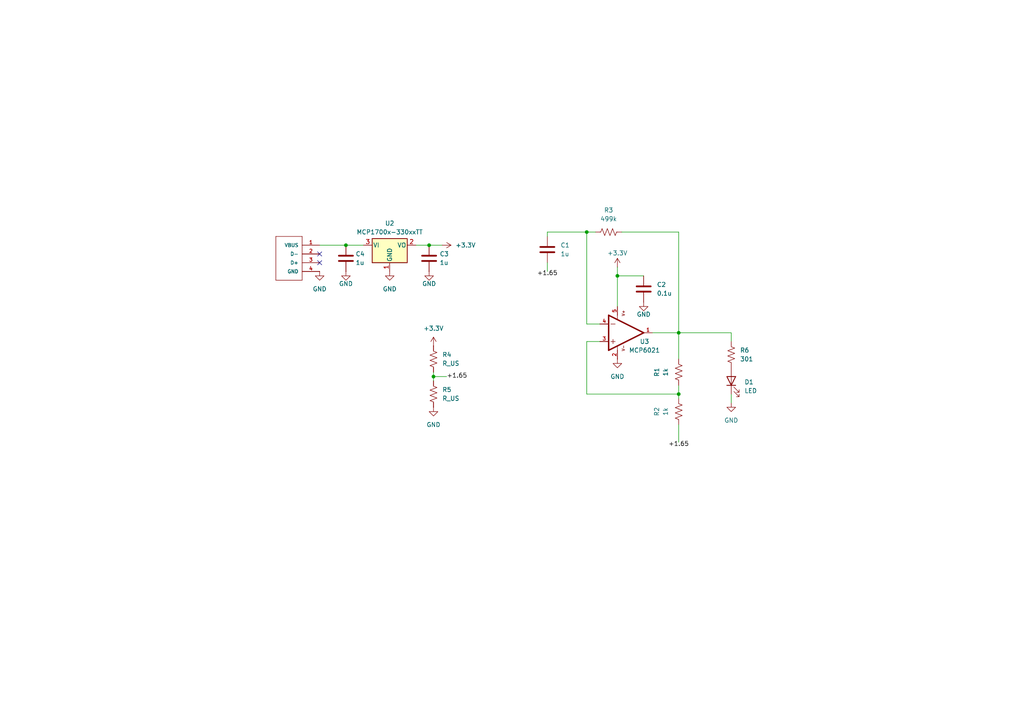
<source format=kicad_sch>
(kicad_sch (version 20250114) (generator "eeschema") (generator_version "9.0")
  (paper "A4")
  (title_block (title "Mini Project 1 - Hysteretic Oscillator LED Blinker"))
  (lib_symbols
    (symbol "480370001:480370001" (pin_names (offset 1.016))
      (symbol "480370001_0_0"
        (polyline (pts (xy -5.08 2.54) (xy -5.08 -10.16)) (stroke (width 0.1524)))
        (polyline (pts (xy -5.08 -10.16) (xy 2.54 -10.16)) (stroke (width 0.1524)))
        (polyline (pts (xy 2.54 2.54) (xy -5.08 2.54)) (stroke (width 0.1524)))
        (polyline (pts (xy 2.54 -10.16) (xy 2.54 2.54)) (stroke (width 0.1524)))
      )
      (symbol "480370001_1_0"
        (pin power_out line (at -10.16 0 0) (length 5.08) (name "VBUS") (number "1"))
        (pin passive line (at -10.16 -2.54 0) (length 5.08) (name "D-") (number "2"))
        (pin passive line (at -10.16 -5.08 0) (length 5.08) (name "D+") (number "3"))
        (pin power_out line (at -10.16 -7.62 0) (length 5.08) (name "GND") (number "4"))
      )
    )
    (symbol "Device:C" (pin_numbers (hide yes)) (pin_names (offset 0.254))
      (property "Reference" "C" (at 0.635 2.54 0))
      (property "Value" "C" (at 0.635 -2.54 0))
      (symbol "C_0_1"
        (polyline (pts (xy -2.032 0.762) (xy 2.032 0.762)) (stroke (width 0.508)))
        (polyline (pts (xy -2.032 -0.762) (xy 2.032 -0.762)) (stroke (width 0.508)))
      )
      (symbol "C_1_1"
        (pin passive line (at 0 3.81 270) (length 2.794) (name "~") (number "1"))
        (pin passive line (at 0 -3.81 90) (length 2.794) (name "~") (number "2"))
      )
    )
    (symbol "Device:LED" (pin_numbers (hide yes)) (pin_names (offset 1.016) (hide yes))
      (property "Reference" "D" (at 0 2.54 0))
      (property "Value" "LED" (at 0 -2.54 0))
      (symbol "LED_0_1"
        (polyline (pts (xy -3.048 -0.762) (xy -4.572 -2.286) (xy -3.81 -2.286) (xy -4.572 -2.286) (xy -4.572 -1.524)))
        (polyline (pts (xy -1.778 -0.762) (xy -3.302 -2.286) (xy -2.54 -2.286) (xy -3.302 -2.286) (xy -3.302 -1.524)))
        (polyline (pts (xy -1.27 0) (xy 1.27 0)))
        (polyline (pts (xy -1.27 -1.27) (xy -1.27 1.27)) (stroke (width 0.254)))
        (polyline (pts (xy 1.27 -1.27) (xy 1.27 1.27) (xy -1.27 0) (xy 1.27 -1.27)) (stroke (width 0.254)))
      )
      (symbol "LED_1_1"
        (pin passive line (at -3.81 0 0) (length 2.54) (name "K") (number "1"))
        (pin passive line (at 3.81 0 180) (length 2.54) (name "A") (number "2"))
      )
    )
    (symbol "Device:R_US" (pin_numbers (hide yes)) (pin_names (offset 0))
      (property "Reference" "R" (at 2.54 0 90))
      (property "Value" "R_US" (at -2.54 0 90))
      (symbol "R_US_0_1"
        (polyline (pts (xy 0 2.286) (xy 0 2.54)))
        (polyline (pts (xy 0 2.286) (xy 1.016 1.905) (xy 0 1.524) (xy -1.016 1.143) (xy 0 0.762)))
        (polyline (pts (xy 0 0.762) (xy 1.016 0.381) (xy 0 0) (xy -1.016 -0.381) (xy 0 -0.762)))
        (polyline (pts (xy 0 -0.762) (xy 1.016 -1.143) (xy 0 -1.524) (xy -1.016 -1.905) (xy 0 -2.286)))
        (polyline (pts (xy 0 -2.286) (xy 0 -2.54)))
      )
      (symbol "R_US_1_1"
        (pin passive line (at 0 3.81 270) (length 1.27) (name "~") (number "1"))
        (pin passive line (at 0 -3.81 90) (length 1.27) (name "~") (number "2"))
      )
    )
    (symbol "MCP6021:MCP6021" (pin_names (offset 1.016))
      (property "Reference" "U" (at 5.0886 -5.7247 0))
      (property "Value" "MCP6021" (at 5.082 5.082 0))
      (symbol "MCP6021_0_0"
        (polyline (pts (xy -2.54 5.08) (xy 7.62 0)) (stroke (width 0.4064)))
        (polyline (pts (xy -2.54 -5.08) (xy -2.54 5.08)) (stroke (width 0.4064)))
        (polyline (pts (xy -1.905 2.54) (xy -0.635 2.54)) (stroke (width 0.1524)))
        (polyline (pts (xy -1.905 -2.54) (xy -0.635 -2.54)) (stroke (width 0.1524)))
        (polyline (pts (xy -1.27 -3.175) (xy -1.27 -1.905)) (stroke (width 0.1524)))
        (polyline (pts (xy 0 3.9116) (xy 0 5.08)) (stroke (width 0.1524)))
        (polyline (pts (xy 0 -5.08) (xy 0 -3.8862)) (stroke (width 0.1524)))
        (polyline (pts (xy 7.62 0) (xy -2.54 -5.08)) (stroke (width 0.4064)))
        (text "V+" (at 1.2705 5.7171 900) (effects (font (size 0.8131 0.8131)) (justify top)))
        (text "V-" (at 1.2714 -4.4498 900) (effects (font (size 0.8137 0.8137)) (justify top)))
        (pin input line (at -5.08 2.54 0) (length 2.54) (name "~") (number "4"))
        (pin input line (at -5.08 -2.54 0) (length 2.54) (name "~") (number "3"))
        (pin power_in line (at 0 7.62 270) (length 2.54) (name "~") (number "5"))
        (pin power_in line (at 0 -7.62 90) (length 2.54) (name "~") (number "2"))
        (pin output line (at 10.16 0 180) (length 2.54) (name "~") (number "1"))
      )
    )
    (symbol "Regulator_Linear:MCP1700x-330xxTT" (pin_names (offset 0.254))
      (property "Reference" "U" (at -3.81 3.175 0))
      (property "Value" "MCP1700x-330xxTT" (at 0 3.175 0))
      (symbol "MCP1700x-330xxTT_0_1"
        (rectangle (start -5.08 1.905) (end 5.08 -5.08) (stroke (width 0.254)) (fill (type background)))
      )
      (symbol "MCP1700x-330xxTT_1_1"
        (pin power_in line (at -7.62 0 0) (length 2.54) (name "VI") (number "3"))
        (pin power_in line (at 0 -7.62 90) (length 2.54) (name "GND") (number "1"))
        (pin power_out line (at 7.62 0 180) (length 2.54) (name "VO") (number "2"))
      )
    )
    (symbol "power:+3.3V" (power) (pin_numbers (hide yes)) (pin_names (offset 0) (hide yes))
      (property "Value" "+3.3V" (at 0 3.556 0))
      (symbol "+3.3V_0_1"
        (polyline (pts (xy -0.762 1.27) (xy 0 2.54)))
        (polyline (pts (xy 0 2.54) (xy 0.762 1.27)))
        (polyline (pts (xy 0 0) (xy 0 2.54)))
      )
      (symbol "+3.3V_1_1"
        (pin power_in line (at 0 0 90) (length 0) (name "~") (number "1"))
      )
    )
    (symbol "power:GND" (power) (pin_numbers (hide yes)) (pin_names (offset 0) (hide yes))
      (property "Value" "GND" (at 0 -3.81 0))
      (symbol "GND_0_1"
        (polyline (pts (xy 0 0) (xy 0 -1.27) (xy 1.27 -1.27) (xy 0 -2.54) (xy -1.27 -1.27) (xy 0 -1.27)))
      )
      (symbol "GND_1_1"
        (pin power_in line (at 0 0 270) (length 0) (name "~") (number "1"))
      )
    )
  )
  (junction (at 125.73 109.22))
  (junction (at 196.85 96.52))
  (junction (at 100.33 71.12))
  (junction (at 124.46 71.12))
  (junction (at 170.18 67.31))
  (junction (at 179.07 80.01))
  (junction (at 196.85 114.3))
  (no_connect (at 92.71 76.2))
  (no_connect (at 92.71 73.66))
  (wire (pts (xy 170.18 67.31) (xy 170.18 93.98)))
  (wire (pts (xy 196.85 111.76) (xy 196.85 114.3)))
  (wire (pts (xy 189.23 96.52) (xy 196.85 96.52)))
  (wire (pts (xy 196.85 114.3) (xy 170.18 114.3)))
  (wire (pts (xy 196.85 96.52) (xy 196.85 104.14)))
  (wire (pts (xy 124.46 71.12) (xy 120.65 71.12)))
  (wire (pts (xy 125.73 109.22) (xy 129.54 109.22)))
  (wire (pts (xy 179.07 77.47) (xy 179.07 80.01)))
  (wire (pts (xy 158.75 68.58) (xy 158.75 67.31)))
  (wire (pts (xy 180.34 67.31) (xy 196.85 67.31)))
  (wire (pts (xy 170.18 93.98) (xy 173.99 93.98)))
  (wire (pts (xy 125.73 109.22) (xy 125.73 110.49)))
  (wire (pts (xy 196.85 96.52) (xy 212.09 96.52)))
  (wire (pts (xy 212.09 96.52) (xy 212.09 99.06)))
  (wire (pts (xy 125.73 107.95) (xy 125.73 109.22)))
  (wire (pts (xy 179.07 80.01) (xy 179.07 88.9)))
  (wire (pts (xy 170.18 114.3) (xy 170.18 99.06)))
  (wire (pts (xy 196.85 128.27) (xy 196.85 123.19)))
  (wire (pts (xy 158.75 76.2) (xy 158.75 78.74)))
  (wire (pts (xy 100.33 71.12) (xy 105.41 71.12)))
  (wire (pts (xy 158.75 67.31) (xy 170.18 67.31)))
  (wire (pts (xy 186.69 80.01) (xy 179.07 80.01)))
  (wire (pts (xy 212.09 114.3) (xy 212.09 116.84)))
  (wire (pts (xy 92.71 71.12) (xy 100.33 71.12)))
  (wire (pts (xy 196.85 67.31) (xy 196.85 96.52)))
  (wire (pts (xy 170.18 67.31) (xy 172.72 67.31)))
  (wire (pts (xy 170.18 99.06) (xy 173.99 99.06)))
  (wire (pts (xy 124.46 71.12) (xy 128.27 71.12)))
  (wire (pts (xy 196.85 114.3) (xy 196.85 115.57)))
  (label "+1.65" (at 158.75 78.74 0))
  (label "+1.65" (at 196.85 128.27 0))
  (label "+1.65" (at 129.54 109.22 0))
  (symbol (lib_id "Regulator_Linear:MCP1700x-330xxTT") (at 113.03 71.12 0) (unit 1)
    (property "Reference" "U2" (at 113.03 64.77 0))
    (property "Value" "MCP1700x-330xxTT" (at 113.03 67.31 0))
    (property "Footprint" "Package_TO_SOT_SMD:SOT-23" (effects (hide yes)))
    (property "Datasheet" "http://ww1.microchip.com/downloads/en/DeviceDoc/20001826D.pdf" (effects (hide yes)))
    (property "Description" "250mA Low Quiscent Current LDO, 3.3V output, SOT-23" (effects (hide yes)))
  )
  (symbol (lib_id "power:GND") (at 113.03 78.74 0) (unit 1)
    (property "Reference" "#PWR02" (effects (hide yes)))
    (property "Value" "GND" (at 113.03 83.82 0))
    (property "Description" "Power symbol creates a global label with name \"GND\" , ground" (effects (hide yes)))
  )
  (symbol (lib_id "Device:R_US") (at 196.85 119.38 180) (unit 1)
    (property "Reference" "R2" (at 190.5 119.38 90))
    (property "Value" "1k" (at 193.04 119.38 90))
    (property "Footprint" "Diode_SMD:D_0603_1608Metric" (effects (hide yes)))
    (property "Description" "Resistor, US symbol" (effects (hide yes)))
  )
  (symbol (lib_id "Device:C") (at 186.69 83.82 0) (unit 1)
    (property "Reference" "C2" (at 190.5 82.5499 0) (effects (justify left)))
    (property "Value" "0.1u" (at 190.5 85.0899 0) (effects (justify left)))
    (property "Footprint" "Capacitor_SMD:C_0603_1608Metric" (effects (hide yes)))
    (property "Description" "Unpolarized capacitor" (effects (hide yes)))
  )
  (symbol (lib_id "power:GND") (at 92.71 78.74 0) (unit 1)
    (property "Reference" "#PWR01" (effects (hide yes)))
    (property "Value" "GND" (at 92.71 83.82 0))
    (property "Description" "Power symbol creates a global label with name \"GND\" , ground" (effects (hide yes)))
  )
  (symbol (lib_id "power:GND") (at 100.33 78.74 0) (unit 1)
    (property "Reference" "#PWR011" (effects (hide yes)))
    (property "Value" "GND" (at 100.33 82.296 0))
    (property "Description" "Power symbol creates a global label with name \"GND\" , ground" (effects (hide yes)))
  )
  (symbol (lib_id "Device:R_US") (at 196.85 107.95 180) (unit 1)
    (property "Reference" "R1" (at 190.5 107.95 90))
    (property "Value" "1k" (at 193.04 107.95 90))
    (property "Footprint" "Diode_SMD:D_0603_1608Metric" (effects (hide yes)))
    (property "Description" "Resistor, US symbol" (effects (hide yes)))
  )
  (symbol (lib_id "power:GND") (at 179.07 104.14 0) (unit 1)
    (property "Reference" "#PWR03" (effects (hide yes)))
    (property "Value" "GND" (at 179.07 109.22 0))
    (property "Description" "Power symbol creates a global label with name \"GND\" , ground" (effects (hide yes)))
  )
  (symbol (lib_id "MCP6021:MCP6021") (at 179.07 96.52 0) (unit 1)
    (property "Reference" "U3" (at 186.944 99.06 0))
    (property "Value" "MCP6021" (at 186.944 101.6 0))
    (property "Footprint" "MCP6021:SOT23-5" (effects (hide yes)))
    (property "MF" "Microchip" (effects (hide yes)))
    (property "Description_1" "General Purpose Amplifier 1 Circuit Rail-to-Rail SOT-23-5" (effects (hide yes)))
    (property "Package" "SOT-23 Microchip" (effects (hide yes)))
    (property "Price" "None" (effects (hide yes)))
    (property "PROD_ID" "IC-12504" (effects (hide yes)))
    (property "SnapEDA_Link" "https://www.snapeda.com/parts/MCP6021/Microchip+Technology/view-part/?ref=snap" (effects (hide yes)))
    (property "MP" "MCP6021" (effects (hide yes)))
    (property "Availability" "In Stock" (effects (hide yes)))
    (property "Check_prices" "https://www.snapeda.com/parts/MCP6021/Microchip+Technology/view-part/?ref=eda" (effects (hide yes)))
  )
  (symbol (lib_id "Device:R_US") (at 212.09 102.87 0) (unit 1)
    (property "Reference" "R6" (at 214.63 101.5999 0) (effects (justify left)))
    (property "Value" "301" (at 214.63 104.1399 0) (effects (justify left)))
    (property "Footprint" "Diode_SMD:D_0603_1608Metric" (effects (hide yes)))
    (property "Description" "Resistor, US symbol" (effects (hide yes)))
  )
  (symbol (lib_id "Device:C") (at 100.33 74.93 0) (unit 1)
    (property "Reference" "C4" (at 103.124 73.66 0) (effects (justify left)))
    (property "Value" "1u" (at 103.124 76.2 0) (effects (justify left)))
    (property "Footprint" "Capacitor_SMD:C_0603_1608Metric" (effects (hide yes)))
    (property "Description" "Unpolarized capacitor" (effects (hide yes)))
  )
  (symbol (lib_id "power:GND") (at 212.09 116.84 0) (unit 1)
    (property "Reference" "#PWR09" (effects (hide yes)))
    (property "Value" "GND" (at 212.09 121.92 0))
    (property "Description" "Power symbol creates a global label with name \"GND\" , ground" (effects (hide yes)))
  )
  (symbol (lib_id "Device:R_US") (at 125.73 114.3 0) (unit 1)
    (property "Reference" "R5" (at 128.27 113.0299 0) (effects (justify left)))
    (property "Value" "R_US" (at 128.27 115.5699 0) (effects (justify left)))
    (property "Footprint" "Diode_SMD:D_0603_1608Metric" (effects (hide yes)))
    (property "Description" "Resistor, US symbol" (effects (hide yes)))
  )
  (symbol (lib_id "Device:R_US") (at 176.53 67.31 90) (unit 1)
    (property "Reference" "R3" (at 176.53 60.96 90))
    (property "Value" "499k" (at 176.53 63.5 90))
    (property "Footprint" "Diode_SMD:D_0603_1608Metric" (effects (hide yes)))
    (property "Description" "Resistor, US symbol" (effects (hide yes)))
  )
  (symbol (lib_id "power:+3.3V") (at 179.07 77.47 0) (unit 1)
    (property "Reference" "#PWR05" (effects (hide yes)))
    (property "Value" "+3.3V" (at 179.07 73.406 0))
    (property "Description" "Power symbol creates a global label with name \"+3.3V\"" (effects (hide yes)))
  )
  (symbol (lib_id "power:GND") (at 186.69 87.63 0) (unit 1)
    (property "Reference" "#PWR08" (effects (hide yes)))
    (property "Value" "GND" (at 186.69 91.186 0))
    (property "Description" "Power symbol creates a global label with name \"GND\" , ground" (effects (hide yes)))
  )
  (symbol (lib_id "480370001:480370001") (at 82.55 71.12 0) (mirror y) (unit 1)
    (property "Reference" "J1" (effects (hide yes)))
    (property "Value" "480370001" (effects (hide yes)))
    (property "Footprint" "480370001:CONN_480370001_MOL" (effects (hide yes)))
    (property "MFR_NAME" "Molex Connector Corporation" (effects (hide yes)))
    (property "MANUFACTURER_PART_NUMBER" "480370001" (effects (hide yes)))
  )
  (symbol (lib_id "power:+3.3V") (at 125.73 100.33 0) (unit 1)
    (property "Reference" "#PWR06" (effects (hide yes)))
    (property "Value" "+3.3V" (at 125.73 95.25 0))
    (property "Description" "Power symbol creates a global label with name \"+3.3V\"" (effects (hide yes)))
  )
  (symbol (lib_id "Device:LED") (at 212.09 110.49 90) (unit 1)
    (property "Reference" "D1" (at 215.9 110.8074 90) (effects (justify right)))
    (property "Value" "LED" (at 215.9 113.3474 90) (effects (justify right)))
    (property "Footprint" "Diode_SMD:D_0805_2012Metric" (effects (hide yes)))
    (property "Description" "Light emitting diode" (effects (hide yes)))
    (property "Sim.Pins" "1=K 2=A" (effects (hide yes)))
  )
  (symbol (lib_id "Device:C") (at 124.46 74.93 0) (unit 1)
    (property "Reference" "C3" (at 127.508 73.66 0) (effects (justify left)))
    (property "Value" "1u" (at 127.508 76.2 0) (effects (justify left)))
    (property "Footprint" "Capacitor_SMD:C_0603_1608Metric" (effects (hide yes)))
    (property "Description" "Unpolarized capacitor" (effects (hide yes)))
  )
  (symbol (lib_id "power:GND") (at 125.73 118.11 0) (unit 1)
    (property "Reference" "#PWR07" (effects (hide yes)))
    (property "Value" "GND" (at 125.73 123.19 0))
    (property "Description" "Power symbol creates a global label with name \"GND\" , ground" (effects (hide yes)))
  )
  (symbol (lib_id "power:GND") (at 124.46 78.74 0) (unit 1)
    (property "Reference" "#PWR010" (effects (hide yes)))
    (property "Value" "GND" (at 124.46 82.296 0))
    (property "Description" "Power symbol creates a global label with name \"GND\" , ground" (effects (hide yes)))
  )
  (symbol (lib_id "Device:R_US") (at 125.73 104.14 0) (unit 1)
    (property "Reference" "R4" (at 128.27 102.8699 0) (effects (justify left)))
    (property "Value" "R_US" (at 128.27 105.4099 0) (effects (justify left)))
    (property "Footprint" "Diode_SMD:D_0603_1608Metric" (effects (hide yes)))
    (property "Description" "Resistor, US symbol" (effects (hide yes)))
  )
  (symbol (lib_id "Device:C") (at 158.75 72.39 0) (unit 1)
    (property "Reference" "C1" (at 162.56 71.1199 0) (effects (justify left)))
    (property "Value" "1u" (at 162.56 73.6599 0) (effects (justify left)))
    (property "Footprint" "Capacitor_SMD:C_0603_1608Metric" (effects (hide yes)))
    (property "Description" "Unpolarized capacitor" (effects (hide yes)))
  )
  (symbol (lib_id "power:+3.3V") (at 128.27 71.12 270) (unit 1)
    (property "Reference" "#PWR04" (effects (hide yes)))
    (property "Value" "+3.3V" (at 132.08 71.1199 90) (effects (justify left)))
    (property "Description" "Power symbol creates a global label with name \"+3.3V\"" (effects (hide yes)))
  )
)
</source>
